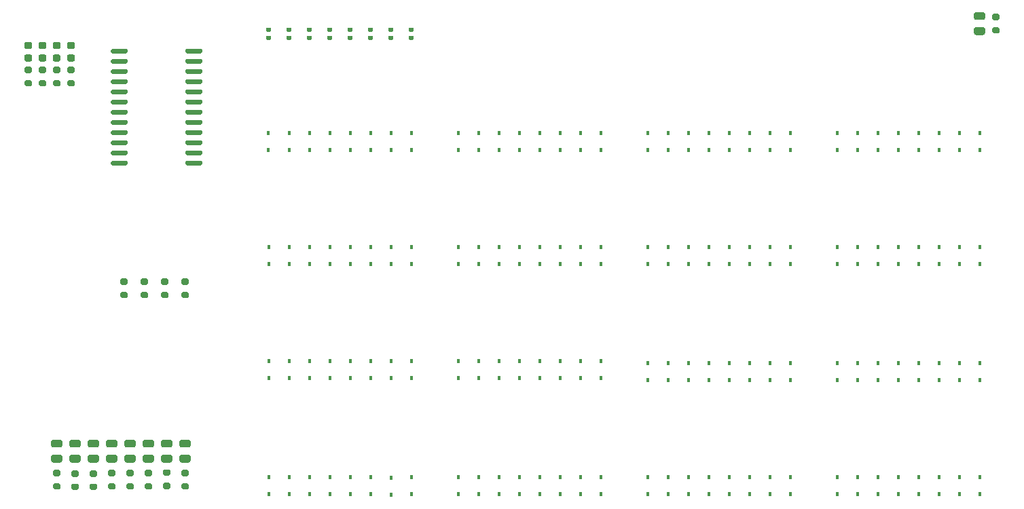
<source format=gbr>
%TF.GenerationSoftware,KiCad,Pcbnew,(5.1.10-1-10_14)*%
%TF.CreationDate,2021-09-24T12:04:47-04:00*%
%TF.ProjectId,DIODE-prog-memory,44494f44-452d-4707-926f-672d6d656d6f,rev?*%
%TF.SameCoordinates,Original*%
%TF.FileFunction,Paste,Top*%
%TF.FilePolarity,Positive*%
%FSLAX46Y46*%
G04 Gerber Fmt 4.6, Leading zero omitted, Abs format (unit mm)*
G04 Created by KiCad (PCBNEW (5.1.10-1-10_14)) date 2021-09-24 12:04:47*
%MOMM*%
%LPD*%
G01*
G04 APERTURE LIST*
%ADD10R,0.450000X0.600000*%
G04 APERTURE END LIST*
%TO.C,U31*%
G36*
G01*
X180319000Y-96691000D02*
X180869000Y-96691000D01*
G75*
G02*
X181069000Y-96891000I0J-200000D01*
G01*
X181069000Y-97291000D01*
G75*
G02*
X180869000Y-97491000I-200000J0D01*
G01*
X180319000Y-97491000D01*
G75*
G02*
X180119000Y-97291000I0J200000D01*
G01*
X180119000Y-96891000D01*
G75*
G02*
X180319000Y-96691000I200000J0D01*
G01*
G37*
G36*
G01*
X180319000Y-95041000D02*
X180869000Y-95041000D01*
G75*
G02*
X181069000Y-95241000I0J-200000D01*
G01*
X181069000Y-95641000D01*
G75*
G02*
X180869000Y-95841000I-200000J0D01*
G01*
X180319000Y-95841000D01*
G75*
G02*
X180119000Y-95641000I0J200000D01*
G01*
X180119000Y-95241000D01*
G75*
G02*
X180319000Y-95041000I200000J0D01*
G01*
G37*
%TD*%
%TO.C,U30*%
G36*
G01*
X179018250Y-95816000D02*
X178105750Y-95816000D01*
G75*
G02*
X177862000Y-95572250I0J243750D01*
G01*
X177862000Y-95084750D01*
G75*
G02*
X178105750Y-94841000I243750J0D01*
G01*
X179018250Y-94841000D01*
G75*
G02*
X179262000Y-95084750I0J-243750D01*
G01*
X179262000Y-95572250D01*
G75*
G02*
X179018250Y-95816000I-243750J0D01*
G01*
G37*
G36*
G01*
X179018250Y-97691000D02*
X178105750Y-97691000D01*
G75*
G02*
X177862000Y-97447250I0J243750D01*
G01*
X177862000Y-96959750D01*
G75*
G02*
X178105750Y-96716000I243750J0D01*
G01*
X179018250Y-96716000D01*
G75*
G02*
X179262000Y-96959750I0J-243750D01*
G01*
X179262000Y-97447250D01*
G75*
G02*
X179018250Y-97691000I-243750J0D01*
G01*
G37*
%TD*%
%TO.C,U29*%
G36*
G01*
X65534250Y-99418000D02*
X65021750Y-99418000D01*
G75*
G02*
X64803000Y-99199250I0J218750D01*
G01*
X64803000Y-98761750D01*
G75*
G02*
X65021750Y-98543000I218750J0D01*
G01*
X65534250Y-98543000D01*
G75*
G02*
X65753000Y-98761750I0J-218750D01*
G01*
X65753000Y-99199250D01*
G75*
G02*
X65534250Y-99418000I-218750J0D01*
G01*
G37*
G36*
G01*
X65534250Y-100993000D02*
X65021750Y-100993000D01*
G75*
G02*
X64803000Y-100774250I0J218750D01*
G01*
X64803000Y-100336750D01*
G75*
G02*
X65021750Y-100118000I218750J0D01*
G01*
X65534250Y-100118000D01*
G75*
G02*
X65753000Y-100336750I0J-218750D01*
G01*
X65753000Y-100774250D01*
G75*
G02*
X65534250Y-100993000I-218750J0D01*
G01*
G37*
%TD*%
%TO.C,U28*%
G36*
G01*
X63746250Y-99418000D02*
X63233750Y-99418000D01*
G75*
G02*
X63015000Y-99199250I0J218750D01*
G01*
X63015000Y-98761750D01*
G75*
G02*
X63233750Y-98543000I218750J0D01*
G01*
X63746250Y-98543000D01*
G75*
G02*
X63965000Y-98761750I0J-218750D01*
G01*
X63965000Y-99199250D01*
G75*
G02*
X63746250Y-99418000I-218750J0D01*
G01*
G37*
G36*
G01*
X63746250Y-100993000D02*
X63233750Y-100993000D01*
G75*
G02*
X63015000Y-100774250I0J218750D01*
G01*
X63015000Y-100336750D01*
G75*
G02*
X63233750Y-100118000I218750J0D01*
G01*
X63746250Y-100118000D01*
G75*
G02*
X63965000Y-100336750I0J-218750D01*
G01*
X63965000Y-100774250D01*
G75*
G02*
X63746250Y-100993000I-218750J0D01*
G01*
G37*
%TD*%
%TO.C,U27*%
G36*
G01*
X61978250Y-99418000D02*
X61465750Y-99418000D01*
G75*
G02*
X61247000Y-99199250I0J218750D01*
G01*
X61247000Y-98761750D01*
G75*
G02*
X61465750Y-98543000I218750J0D01*
G01*
X61978250Y-98543000D01*
G75*
G02*
X62197000Y-98761750I0J-218750D01*
G01*
X62197000Y-99199250D01*
G75*
G02*
X61978250Y-99418000I-218750J0D01*
G01*
G37*
G36*
G01*
X61978250Y-100993000D02*
X61465750Y-100993000D01*
G75*
G02*
X61247000Y-100774250I0J218750D01*
G01*
X61247000Y-100336750D01*
G75*
G02*
X61465750Y-100118000I218750J0D01*
G01*
X61978250Y-100118000D01*
G75*
G02*
X62197000Y-100336750I0J-218750D01*
G01*
X62197000Y-100774250D01*
G75*
G02*
X61978250Y-100993000I-218750J0D01*
G01*
G37*
%TD*%
%TO.C,U26*%
G36*
G01*
X60200250Y-99418000D02*
X59687750Y-99418000D01*
G75*
G02*
X59469000Y-99199250I0J218750D01*
G01*
X59469000Y-98761750D01*
G75*
G02*
X59687750Y-98543000I218750J0D01*
G01*
X60200250Y-98543000D01*
G75*
G02*
X60419000Y-98761750I0J-218750D01*
G01*
X60419000Y-99199250D01*
G75*
G02*
X60200250Y-99418000I-218750J0D01*
G01*
G37*
G36*
G01*
X60200250Y-100993000D02*
X59687750Y-100993000D01*
G75*
G02*
X59469000Y-100774250I0J218750D01*
G01*
X59469000Y-100336750D01*
G75*
G02*
X59687750Y-100118000I218750J0D01*
G01*
X60200250Y-100118000D01*
G75*
G02*
X60419000Y-100336750I0J-218750D01*
G01*
X60419000Y-100774250D01*
G75*
G02*
X60200250Y-100993000I-218750J0D01*
G01*
G37*
%TD*%
%TO.C,U25*%
G36*
G01*
X65003000Y-103295000D02*
X65553000Y-103295000D01*
G75*
G02*
X65753000Y-103495000I0J-200000D01*
G01*
X65753000Y-103895000D01*
G75*
G02*
X65553000Y-104095000I-200000J0D01*
G01*
X65003000Y-104095000D01*
G75*
G02*
X64803000Y-103895000I0J200000D01*
G01*
X64803000Y-103495000D01*
G75*
G02*
X65003000Y-103295000I200000J0D01*
G01*
G37*
G36*
G01*
X65003000Y-101645000D02*
X65553000Y-101645000D01*
G75*
G02*
X65753000Y-101845000I0J-200000D01*
G01*
X65753000Y-102245000D01*
G75*
G02*
X65553000Y-102445000I-200000J0D01*
G01*
X65003000Y-102445000D01*
G75*
G02*
X64803000Y-102245000I0J200000D01*
G01*
X64803000Y-101845000D01*
G75*
G02*
X65003000Y-101645000I200000J0D01*
G01*
G37*
%TD*%
%TO.C,U24*%
G36*
G01*
X63225000Y-103295000D02*
X63775000Y-103295000D01*
G75*
G02*
X63975000Y-103495000I0J-200000D01*
G01*
X63975000Y-103895000D01*
G75*
G02*
X63775000Y-104095000I-200000J0D01*
G01*
X63225000Y-104095000D01*
G75*
G02*
X63025000Y-103895000I0J200000D01*
G01*
X63025000Y-103495000D01*
G75*
G02*
X63225000Y-103295000I200000J0D01*
G01*
G37*
G36*
G01*
X63225000Y-101645000D02*
X63775000Y-101645000D01*
G75*
G02*
X63975000Y-101845000I0J-200000D01*
G01*
X63975000Y-102245000D01*
G75*
G02*
X63775000Y-102445000I-200000J0D01*
G01*
X63225000Y-102445000D01*
G75*
G02*
X63025000Y-102245000I0J200000D01*
G01*
X63025000Y-101845000D01*
G75*
G02*
X63225000Y-101645000I200000J0D01*
G01*
G37*
%TD*%
%TO.C,U23*%
G36*
G01*
X61447000Y-103295000D02*
X61997000Y-103295000D01*
G75*
G02*
X62197000Y-103495000I0J-200000D01*
G01*
X62197000Y-103895000D01*
G75*
G02*
X61997000Y-104095000I-200000J0D01*
G01*
X61447000Y-104095000D01*
G75*
G02*
X61247000Y-103895000I0J200000D01*
G01*
X61247000Y-103495000D01*
G75*
G02*
X61447000Y-103295000I200000J0D01*
G01*
G37*
G36*
G01*
X61447000Y-101645000D02*
X61997000Y-101645000D01*
G75*
G02*
X62197000Y-101845000I0J-200000D01*
G01*
X62197000Y-102245000D01*
G75*
G02*
X61997000Y-102445000I-200000J0D01*
G01*
X61447000Y-102445000D01*
G75*
G02*
X61247000Y-102245000I0J200000D01*
G01*
X61247000Y-101845000D01*
G75*
G02*
X61447000Y-101645000I200000J0D01*
G01*
G37*
%TD*%
%TO.C,U22*%
G36*
G01*
X59669000Y-103295000D02*
X60219000Y-103295000D01*
G75*
G02*
X60419000Y-103495000I0J-200000D01*
G01*
X60419000Y-103895000D01*
G75*
G02*
X60219000Y-104095000I-200000J0D01*
G01*
X59669000Y-104095000D01*
G75*
G02*
X59469000Y-103895000I0J200000D01*
G01*
X59469000Y-103495000D01*
G75*
G02*
X59669000Y-103295000I200000J0D01*
G01*
G37*
G36*
G01*
X59669000Y-101645000D02*
X60219000Y-101645000D01*
G75*
G02*
X60419000Y-101845000I0J-200000D01*
G01*
X60419000Y-102245000D01*
G75*
G02*
X60219000Y-102445000I-200000J0D01*
G01*
X59669000Y-102445000D01*
G75*
G02*
X59469000Y-102245000I0J200000D01*
G01*
X59469000Y-101845000D01*
G75*
G02*
X59669000Y-101645000I200000J0D01*
G01*
G37*
%TD*%
%TO.C,R1*%
G36*
G01*
X89731000Y-97776000D02*
X90101000Y-97776000D01*
G75*
G02*
X90236000Y-97911000I0J-135000D01*
G01*
X90236000Y-98181000D01*
G75*
G02*
X90101000Y-98316000I-135000J0D01*
G01*
X89731000Y-98316000D01*
G75*
G02*
X89596000Y-98181000I0J135000D01*
G01*
X89596000Y-97911000D01*
G75*
G02*
X89731000Y-97776000I135000J0D01*
G01*
G37*
G36*
G01*
X89731000Y-96756000D02*
X90101000Y-96756000D01*
G75*
G02*
X90236000Y-96891000I0J-135000D01*
G01*
X90236000Y-97161000D01*
G75*
G02*
X90101000Y-97296000I-135000J0D01*
G01*
X89731000Y-97296000D01*
G75*
G02*
X89596000Y-97161000I0J135000D01*
G01*
X89596000Y-96891000D01*
G75*
G02*
X89731000Y-96756000I135000J0D01*
G01*
G37*
%TD*%
%TO.C,R8*%
G36*
G01*
X107511000Y-97776000D02*
X107881000Y-97776000D01*
G75*
G02*
X108016000Y-97911000I0J-135000D01*
G01*
X108016000Y-98181000D01*
G75*
G02*
X107881000Y-98316000I-135000J0D01*
G01*
X107511000Y-98316000D01*
G75*
G02*
X107376000Y-98181000I0J135000D01*
G01*
X107376000Y-97911000D01*
G75*
G02*
X107511000Y-97776000I135000J0D01*
G01*
G37*
G36*
G01*
X107511000Y-96756000D02*
X107881000Y-96756000D01*
G75*
G02*
X108016000Y-96891000I0J-135000D01*
G01*
X108016000Y-97161000D01*
G75*
G02*
X107881000Y-97296000I-135000J0D01*
G01*
X107511000Y-97296000D01*
G75*
G02*
X107376000Y-97161000I0J135000D01*
G01*
X107376000Y-96891000D01*
G75*
G02*
X107511000Y-96756000I135000J0D01*
G01*
G37*
%TD*%
%TO.C,R7*%
G36*
G01*
X104971000Y-97776000D02*
X105341000Y-97776000D01*
G75*
G02*
X105476000Y-97911000I0J-135000D01*
G01*
X105476000Y-98181000D01*
G75*
G02*
X105341000Y-98316000I-135000J0D01*
G01*
X104971000Y-98316000D01*
G75*
G02*
X104836000Y-98181000I0J135000D01*
G01*
X104836000Y-97911000D01*
G75*
G02*
X104971000Y-97776000I135000J0D01*
G01*
G37*
G36*
G01*
X104971000Y-96756000D02*
X105341000Y-96756000D01*
G75*
G02*
X105476000Y-96891000I0J-135000D01*
G01*
X105476000Y-97161000D01*
G75*
G02*
X105341000Y-97296000I-135000J0D01*
G01*
X104971000Y-97296000D01*
G75*
G02*
X104836000Y-97161000I0J135000D01*
G01*
X104836000Y-96891000D01*
G75*
G02*
X104971000Y-96756000I135000J0D01*
G01*
G37*
%TD*%
%TO.C,R6*%
G36*
G01*
X102431000Y-97776000D02*
X102801000Y-97776000D01*
G75*
G02*
X102936000Y-97911000I0J-135000D01*
G01*
X102936000Y-98181000D01*
G75*
G02*
X102801000Y-98316000I-135000J0D01*
G01*
X102431000Y-98316000D01*
G75*
G02*
X102296000Y-98181000I0J135000D01*
G01*
X102296000Y-97911000D01*
G75*
G02*
X102431000Y-97776000I135000J0D01*
G01*
G37*
G36*
G01*
X102431000Y-96756000D02*
X102801000Y-96756000D01*
G75*
G02*
X102936000Y-96891000I0J-135000D01*
G01*
X102936000Y-97161000D01*
G75*
G02*
X102801000Y-97296000I-135000J0D01*
G01*
X102431000Y-97296000D01*
G75*
G02*
X102296000Y-97161000I0J135000D01*
G01*
X102296000Y-96891000D01*
G75*
G02*
X102431000Y-96756000I135000J0D01*
G01*
G37*
%TD*%
%TO.C,R5*%
G36*
G01*
X99891000Y-97776000D02*
X100261000Y-97776000D01*
G75*
G02*
X100396000Y-97911000I0J-135000D01*
G01*
X100396000Y-98181000D01*
G75*
G02*
X100261000Y-98316000I-135000J0D01*
G01*
X99891000Y-98316000D01*
G75*
G02*
X99756000Y-98181000I0J135000D01*
G01*
X99756000Y-97911000D01*
G75*
G02*
X99891000Y-97776000I135000J0D01*
G01*
G37*
G36*
G01*
X99891000Y-96756000D02*
X100261000Y-96756000D01*
G75*
G02*
X100396000Y-96891000I0J-135000D01*
G01*
X100396000Y-97161000D01*
G75*
G02*
X100261000Y-97296000I-135000J0D01*
G01*
X99891000Y-97296000D01*
G75*
G02*
X99756000Y-97161000I0J135000D01*
G01*
X99756000Y-96891000D01*
G75*
G02*
X99891000Y-96756000I135000J0D01*
G01*
G37*
%TD*%
%TO.C,R4*%
G36*
G01*
X97351000Y-97778000D02*
X97721000Y-97778000D01*
G75*
G02*
X97856000Y-97913000I0J-135000D01*
G01*
X97856000Y-98183000D01*
G75*
G02*
X97721000Y-98318000I-135000J0D01*
G01*
X97351000Y-98318000D01*
G75*
G02*
X97216000Y-98183000I0J135000D01*
G01*
X97216000Y-97913000D01*
G75*
G02*
X97351000Y-97778000I135000J0D01*
G01*
G37*
G36*
G01*
X97351000Y-96758000D02*
X97721000Y-96758000D01*
G75*
G02*
X97856000Y-96893000I0J-135000D01*
G01*
X97856000Y-97163000D01*
G75*
G02*
X97721000Y-97298000I-135000J0D01*
G01*
X97351000Y-97298000D01*
G75*
G02*
X97216000Y-97163000I0J135000D01*
G01*
X97216000Y-96893000D01*
G75*
G02*
X97351000Y-96758000I135000J0D01*
G01*
G37*
%TD*%
%TO.C,R3*%
G36*
G01*
X94811000Y-97774000D02*
X95181000Y-97774000D01*
G75*
G02*
X95316000Y-97909000I0J-135000D01*
G01*
X95316000Y-98179000D01*
G75*
G02*
X95181000Y-98314000I-135000J0D01*
G01*
X94811000Y-98314000D01*
G75*
G02*
X94676000Y-98179000I0J135000D01*
G01*
X94676000Y-97909000D01*
G75*
G02*
X94811000Y-97774000I135000J0D01*
G01*
G37*
G36*
G01*
X94811000Y-96754000D02*
X95181000Y-96754000D01*
G75*
G02*
X95316000Y-96889000I0J-135000D01*
G01*
X95316000Y-97159000D01*
G75*
G02*
X95181000Y-97294000I-135000J0D01*
G01*
X94811000Y-97294000D01*
G75*
G02*
X94676000Y-97159000I0J135000D01*
G01*
X94676000Y-96889000D01*
G75*
G02*
X94811000Y-96754000I135000J0D01*
G01*
G37*
%TD*%
%TO.C,R2*%
G36*
G01*
X92271000Y-97774000D02*
X92641000Y-97774000D01*
G75*
G02*
X92776000Y-97909000I0J-135000D01*
G01*
X92776000Y-98179000D01*
G75*
G02*
X92641000Y-98314000I-135000J0D01*
G01*
X92271000Y-98314000D01*
G75*
G02*
X92136000Y-98179000I0J135000D01*
G01*
X92136000Y-97909000D01*
G75*
G02*
X92271000Y-97774000I135000J0D01*
G01*
G37*
G36*
G01*
X92271000Y-96754000D02*
X92641000Y-96754000D01*
G75*
G02*
X92776000Y-96889000I0J-135000D01*
G01*
X92776000Y-97159000D01*
G75*
G02*
X92641000Y-97294000I-135000J0D01*
G01*
X92271000Y-97294000D01*
G75*
G02*
X92136000Y-97159000I0J135000D01*
G01*
X92136000Y-96889000D01*
G75*
G02*
X92271000Y-96754000I135000J0D01*
G01*
G37*
%TD*%
%TO.C,U21*%
G36*
G01*
X63225000Y-153587000D02*
X63775000Y-153587000D01*
G75*
G02*
X63975000Y-153787000I0J-200000D01*
G01*
X63975000Y-154187000D01*
G75*
G02*
X63775000Y-154387000I-200000J0D01*
G01*
X63225000Y-154387000D01*
G75*
G02*
X63025000Y-154187000I0J200000D01*
G01*
X63025000Y-153787000D01*
G75*
G02*
X63225000Y-153587000I200000J0D01*
G01*
G37*
G36*
G01*
X63225000Y-151937000D02*
X63775000Y-151937000D01*
G75*
G02*
X63975000Y-152137000I0J-200000D01*
G01*
X63975000Y-152537000D01*
G75*
G02*
X63775000Y-152737000I-200000J0D01*
G01*
X63225000Y-152737000D01*
G75*
G02*
X63025000Y-152537000I0J200000D01*
G01*
X63025000Y-152137000D01*
G75*
G02*
X63225000Y-151937000I200000J0D01*
G01*
G37*
%TD*%
%TO.C,U20*%
G36*
G01*
X63956250Y-149156000D02*
X63043750Y-149156000D01*
G75*
G02*
X62800000Y-148912250I0J243750D01*
G01*
X62800000Y-148424750D01*
G75*
G02*
X63043750Y-148181000I243750J0D01*
G01*
X63956250Y-148181000D01*
G75*
G02*
X64200000Y-148424750I0J-243750D01*
G01*
X64200000Y-148912250D01*
G75*
G02*
X63956250Y-149156000I-243750J0D01*
G01*
G37*
G36*
G01*
X63956250Y-151031000D02*
X63043750Y-151031000D01*
G75*
G02*
X62800000Y-150787250I0J243750D01*
G01*
X62800000Y-150299750D01*
G75*
G02*
X63043750Y-150056000I243750J0D01*
G01*
X63956250Y-150056000D01*
G75*
G02*
X64200000Y-150299750I0J-243750D01*
G01*
X64200000Y-150787250D01*
G75*
G02*
X63956250Y-151031000I-243750J0D01*
G01*
G37*
%TD*%
%TO.C,U19*%
G36*
G01*
X65511000Y-153650000D02*
X66061000Y-153650000D01*
G75*
G02*
X66261000Y-153850000I0J-200000D01*
G01*
X66261000Y-154250000D01*
G75*
G02*
X66061000Y-154450000I-200000J0D01*
G01*
X65511000Y-154450000D01*
G75*
G02*
X65311000Y-154250000I0J200000D01*
G01*
X65311000Y-153850000D01*
G75*
G02*
X65511000Y-153650000I200000J0D01*
G01*
G37*
G36*
G01*
X65511000Y-152000000D02*
X66061000Y-152000000D01*
G75*
G02*
X66261000Y-152200000I0J-200000D01*
G01*
X66261000Y-152600000D01*
G75*
G02*
X66061000Y-152800000I-200000J0D01*
G01*
X65511000Y-152800000D01*
G75*
G02*
X65311000Y-152600000I0J200000D01*
G01*
X65311000Y-152200000D01*
G75*
G02*
X65511000Y-152000000I200000J0D01*
G01*
G37*
%TD*%
%TO.C,U18*%
G36*
G01*
X66242250Y-149156000D02*
X65329750Y-149156000D01*
G75*
G02*
X65086000Y-148912250I0J243750D01*
G01*
X65086000Y-148424750D01*
G75*
G02*
X65329750Y-148181000I243750J0D01*
G01*
X66242250Y-148181000D01*
G75*
G02*
X66486000Y-148424750I0J-243750D01*
G01*
X66486000Y-148912250D01*
G75*
G02*
X66242250Y-149156000I-243750J0D01*
G01*
G37*
G36*
G01*
X66242250Y-151031000D02*
X65329750Y-151031000D01*
G75*
G02*
X65086000Y-150787250I0J243750D01*
G01*
X65086000Y-150299750D01*
G75*
G02*
X65329750Y-150056000I243750J0D01*
G01*
X66242250Y-150056000D01*
G75*
G02*
X66486000Y-150299750I0J-243750D01*
G01*
X66486000Y-150787250D01*
G75*
G02*
X66242250Y-151031000I-243750J0D01*
G01*
G37*
%TD*%
%TO.C,U17*%
G36*
G01*
X67797000Y-153650000D02*
X68347000Y-153650000D01*
G75*
G02*
X68547000Y-153850000I0J-200000D01*
G01*
X68547000Y-154250000D01*
G75*
G02*
X68347000Y-154450000I-200000J0D01*
G01*
X67797000Y-154450000D01*
G75*
G02*
X67597000Y-154250000I0J200000D01*
G01*
X67597000Y-153850000D01*
G75*
G02*
X67797000Y-153650000I200000J0D01*
G01*
G37*
G36*
G01*
X67797000Y-152000000D02*
X68347000Y-152000000D01*
G75*
G02*
X68547000Y-152200000I0J-200000D01*
G01*
X68547000Y-152600000D01*
G75*
G02*
X68347000Y-152800000I-200000J0D01*
G01*
X67797000Y-152800000D01*
G75*
G02*
X67597000Y-152600000I0J200000D01*
G01*
X67597000Y-152200000D01*
G75*
G02*
X67797000Y-152000000I200000J0D01*
G01*
G37*
%TD*%
%TO.C,U16*%
G36*
G01*
X68528250Y-149156000D02*
X67615750Y-149156000D01*
G75*
G02*
X67372000Y-148912250I0J243750D01*
G01*
X67372000Y-148424750D01*
G75*
G02*
X67615750Y-148181000I243750J0D01*
G01*
X68528250Y-148181000D01*
G75*
G02*
X68772000Y-148424750I0J-243750D01*
G01*
X68772000Y-148912250D01*
G75*
G02*
X68528250Y-149156000I-243750J0D01*
G01*
G37*
G36*
G01*
X68528250Y-151031000D02*
X67615750Y-151031000D01*
G75*
G02*
X67372000Y-150787250I0J243750D01*
G01*
X67372000Y-150299750D01*
G75*
G02*
X67615750Y-150056000I243750J0D01*
G01*
X68528250Y-150056000D01*
G75*
G02*
X68772000Y-150299750I0J-243750D01*
G01*
X68772000Y-150787250D01*
G75*
G02*
X68528250Y-151031000I-243750J0D01*
G01*
G37*
%TD*%
%TO.C,U15*%
G36*
G01*
X70083000Y-153587000D02*
X70633000Y-153587000D01*
G75*
G02*
X70833000Y-153787000I0J-200000D01*
G01*
X70833000Y-154187000D01*
G75*
G02*
X70633000Y-154387000I-200000J0D01*
G01*
X70083000Y-154387000D01*
G75*
G02*
X69883000Y-154187000I0J200000D01*
G01*
X69883000Y-153787000D01*
G75*
G02*
X70083000Y-153587000I200000J0D01*
G01*
G37*
G36*
G01*
X70083000Y-151937000D02*
X70633000Y-151937000D01*
G75*
G02*
X70833000Y-152137000I0J-200000D01*
G01*
X70833000Y-152537000D01*
G75*
G02*
X70633000Y-152737000I-200000J0D01*
G01*
X70083000Y-152737000D01*
G75*
G02*
X69883000Y-152537000I0J200000D01*
G01*
X69883000Y-152137000D01*
G75*
G02*
X70083000Y-151937000I200000J0D01*
G01*
G37*
%TD*%
%TO.C,U14*%
G36*
G01*
X70814250Y-149156000D02*
X69901750Y-149156000D01*
G75*
G02*
X69658000Y-148912250I0J243750D01*
G01*
X69658000Y-148424750D01*
G75*
G02*
X69901750Y-148181000I243750J0D01*
G01*
X70814250Y-148181000D01*
G75*
G02*
X71058000Y-148424750I0J-243750D01*
G01*
X71058000Y-148912250D01*
G75*
G02*
X70814250Y-149156000I-243750J0D01*
G01*
G37*
G36*
G01*
X70814250Y-151031000D02*
X69901750Y-151031000D01*
G75*
G02*
X69658000Y-150787250I0J243750D01*
G01*
X69658000Y-150299750D01*
G75*
G02*
X69901750Y-150056000I243750J0D01*
G01*
X70814250Y-150056000D01*
G75*
G02*
X71058000Y-150299750I0J-243750D01*
G01*
X71058000Y-150787250D01*
G75*
G02*
X70814250Y-151031000I-243750J0D01*
G01*
G37*
%TD*%
%TO.C,U13*%
G36*
G01*
X72369000Y-153587000D02*
X72919000Y-153587000D01*
G75*
G02*
X73119000Y-153787000I0J-200000D01*
G01*
X73119000Y-154187000D01*
G75*
G02*
X72919000Y-154387000I-200000J0D01*
G01*
X72369000Y-154387000D01*
G75*
G02*
X72169000Y-154187000I0J200000D01*
G01*
X72169000Y-153787000D01*
G75*
G02*
X72369000Y-153587000I200000J0D01*
G01*
G37*
G36*
G01*
X72369000Y-151937000D02*
X72919000Y-151937000D01*
G75*
G02*
X73119000Y-152137000I0J-200000D01*
G01*
X73119000Y-152537000D01*
G75*
G02*
X72919000Y-152737000I-200000J0D01*
G01*
X72369000Y-152737000D01*
G75*
G02*
X72169000Y-152537000I0J200000D01*
G01*
X72169000Y-152137000D01*
G75*
G02*
X72369000Y-151937000I200000J0D01*
G01*
G37*
%TD*%
%TO.C,U12*%
G36*
G01*
X73100250Y-149156000D02*
X72187750Y-149156000D01*
G75*
G02*
X71944000Y-148912250I0J243750D01*
G01*
X71944000Y-148424750D01*
G75*
G02*
X72187750Y-148181000I243750J0D01*
G01*
X73100250Y-148181000D01*
G75*
G02*
X73344000Y-148424750I0J-243750D01*
G01*
X73344000Y-148912250D01*
G75*
G02*
X73100250Y-149156000I-243750J0D01*
G01*
G37*
G36*
G01*
X73100250Y-151031000D02*
X72187750Y-151031000D01*
G75*
G02*
X71944000Y-150787250I0J243750D01*
G01*
X71944000Y-150299750D01*
G75*
G02*
X72187750Y-150056000I243750J0D01*
G01*
X73100250Y-150056000D01*
G75*
G02*
X73344000Y-150299750I0J-243750D01*
G01*
X73344000Y-150787250D01*
G75*
G02*
X73100250Y-151031000I-243750J0D01*
G01*
G37*
%TD*%
%TO.C,U11*%
G36*
G01*
X74655000Y-153587000D02*
X75205000Y-153587000D01*
G75*
G02*
X75405000Y-153787000I0J-200000D01*
G01*
X75405000Y-154187000D01*
G75*
G02*
X75205000Y-154387000I-200000J0D01*
G01*
X74655000Y-154387000D01*
G75*
G02*
X74455000Y-154187000I0J200000D01*
G01*
X74455000Y-153787000D01*
G75*
G02*
X74655000Y-153587000I200000J0D01*
G01*
G37*
G36*
G01*
X74655000Y-151937000D02*
X75205000Y-151937000D01*
G75*
G02*
X75405000Y-152137000I0J-200000D01*
G01*
X75405000Y-152537000D01*
G75*
G02*
X75205000Y-152737000I-200000J0D01*
G01*
X74655000Y-152737000D01*
G75*
G02*
X74455000Y-152537000I0J200000D01*
G01*
X74455000Y-152137000D01*
G75*
G02*
X74655000Y-151937000I200000J0D01*
G01*
G37*
%TD*%
%TO.C,U10*%
G36*
G01*
X75386250Y-149156000D02*
X74473750Y-149156000D01*
G75*
G02*
X74230000Y-148912250I0J243750D01*
G01*
X74230000Y-148424750D01*
G75*
G02*
X74473750Y-148181000I243750J0D01*
G01*
X75386250Y-148181000D01*
G75*
G02*
X75630000Y-148424750I0J-243750D01*
G01*
X75630000Y-148912250D01*
G75*
G02*
X75386250Y-149156000I-243750J0D01*
G01*
G37*
G36*
G01*
X75386250Y-151031000D02*
X74473750Y-151031000D01*
G75*
G02*
X74230000Y-150787250I0J243750D01*
G01*
X74230000Y-150299750D01*
G75*
G02*
X74473750Y-150056000I243750J0D01*
G01*
X75386250Y-150056000D01*
G75*
G02*
X75630000Y-150299750I0J-243750D01*
G01*
X75630000Y-150787250D01*
G75*
G02*
X75386250Y-151031000I-243750J0D01*
G01*
G37*
%TD*%
%TO.C,U9*%
G36*
G01*
X76941000Y-153524000D02*
X77491000Y-153524000D01*
G75*
G02*
X77691000Y-153724000I0J-200000D01*
G01*
X77691000Y-154124000D01*
G75*
G02*
X77491000Y-154324000I-200000J0D01*
G01*
X76941000Y-154324000D01*
G75*
G02*
X76741000Y-154124000I0J200000D01*
G01*
X76741000Y-153724000D01*
G75*
G02*
X76941000Y-153524000I200000J0D01*
G01*
G37*
G36*
G01*
X76941000Y-151874000D02*
X77491000Y-151874000D01*
G75*
G02*
X77691000Y-152074000I0J-200000D01*
G01*
X77691000Y-152474000D01*
G75*
G02*
X77491000Y-152674000I-200000J0D01*
G01*
X76941000Y-152674000D01*
G75*
G02*
X76741000Y-152474000I0J200000D01*
G01*
X76741000Y-152074000D01*
G75*
G02*
X76941000Y-151874000I200000J0D01*
G01*
G37*
%TD*%
%TO.C,U8*%
G36*
G01*
X77672250Y-149156000D02*
X76759750Y-149156000D01*
G75*
G02*
X76516000Y-148912250I0J243750D01*
G01*
X76516000Y-148424750D01*
G75*
G02*
X76759750Y-148181000I243750J0D01*
G01*
X77672250Y-148181000D01*
G75*
G02*
X77916000Y-148424750I0J-243750D01*
G01*
X77916000Y-148912250D01*
G75*
G02*
X77672250Y-149156000I-243750J0D01*
G01*
G37*
G36*
G01*
X77672250Y-151031000D02*
X76759750Y-151031000D01*
G75*
G02*
X76516000Y-150787250I0J243750D01*
G01*
X76516000Y-150299750D01*
G75*
G02*
X76759750Y-150056000I243750J0D01*
G01*
X77672250Y-150056000D01*
G75*
G02*
X77916000Y-150299750I0J-243750D01*
G01*
X77916000Y-150787250D01*
G75*
G02*
X77672250Y-151031000I-243750J0D01*
G01*
G37*
%TD*%
%TO.C,U7*%
G36*
G01*
X79227000Y-153587000D02*
X79777000Y-153587000D01*
G75*
G02*
X79977000Y-153787000I0J-200000D01*
G01*
X79977000Y-154187000D01*
G75*
G02*
X79777000Y-154387000I-200000J0D01*
G01*
X79227000Y-154387000D01*
G75*
G02*
X79027000Y-154187000I0J200000D01*
G01*
X79027000Y-153787000D01*
G75*
G02*
X79227000Y-153587000I200000J0D01*
G01*
G37*
G36*
G01*
X79227000Y-151937000D02*
X79777000Y-151937000D01*
G75*
G02*
X79977000Y-152137000I0J-200000D01*
G01*
X79977000Y-152537000D01*
G75*
G02*
X79777000Y-152737000I-200000J0D01*
G01*
X79227000Y-152737000D01*
G75*
G02*
X79027000Y-152537000I0J200000D01*
G01*
X79027000Y-152137000D01*
G75*
G02*
X79227000Y-151937000I200000J0D01*
G01*
G37*
%TD*%
%TO.C,U6*%
G36*
G01*
X79958250Y-149156000D02*
X79045750Y-149156000D01*
G75*
G02*
X78802000Y-148912250I0J243750D01*
G01*
X78802000Y-148424750D01*
G75*
G02*
X79045750Y-148181000I243750J0D01*
G01*
X79958250Y-148181000D01*
G75*
G02*
X80202000Y-148424750I0J-243750D01*
G01*
X80202000Y-148912250D01*
G75*
G02*
X79958250Y-149156000I-243750J0D01*
G01*
G37*
G36*
G01*
X79958250Y-151031000D02*
X79045750Y-151031000D01*
G75*
G02*
X78802000Y-150787250I0J243750D01*
G01*
X78802000Y-150299750D01*
G75*
G02*
X79045750Y-150056000I243750J0D01*
G01*
X79958250Y-150056000D01*
G75*
G02*
X80202000Y-150299750I0J-243750D01*
G01*
X80202000Y-150787250D01*
G75*
G02*
X79958250Y-151031000I-243750J0D01*
G01*
G37*
%TD*%
D10*
%TO.C,D128*%
X137160000Y-152874000D03*
X137160000Y-154974000D03*
%TD*%
%TO.C,D127*%
X137160000Y-138616000D03*
X137160000Y-140716000D03*
%TD*%
%TO.C,D126*%
X139700000Y-152874000D03*
X139700000Y-154974000D03*
%TD*%
%TO.C,D125*%
X139700000Y-138650000D03*
X139700000Y-140750000D03*
%TD*%
%TO.C,D124*%
X142240000Y-152874000D03*
X142240000Y-154974000D03*
%TD*%
%TO.C,D123*%
X142240000Y-138650000D03*
X142240000Y-140750000D03*
%TD*%
%TO.C,D122*%
X144780000Y-152874000D03*
X144780000Y-154974000D03*
%TD*%
%TO.C,D121*%
X144780000Y-138650000D03*
X144780000Y-140750000D03*
%TD*%
%TO.C,D120*%
X147320000Y-152874000D03*
X147320000Y-154974000D03*
%TD*%
%TO.C,D119*%
X147320000Y-138650000D03*
X147320000Y-140750000D03*
%TD*%
%TO.C,D118*%
X149860000Y-152874000D03*
X149860000Y-154974000D03*
%TD*%
%TO.C,D117*%
X149860000Y-138650000D03*
X149860000Y-140750000D03*
%TD*%
%TO.C,D116*%
X152400000Y-152874000D03*
X152400000Y-154974000D03*
%TD*%
%TO.C,D115*%
X152400000Y-138650000D03*
X152400000Y-140750000D03*
%TD*%
%TO.C,D114*%
X154940000Y-152874000D03*
X154940000Y-154974000D03*
%TD*%
%TO.C,D113*%
X154940000Y-138650000D03*
X154940000Y-140750000D03*
%TD*%
%TO.C,D112*%
X160782000Y-152874000D03*
X160782000Y-154974000D03*
%TD*%
%TO.C,D111*%
X160782000Y-138650000D03*
X160782000Y-140750000D03*
%TD*%
%TO.C,D110*%
X163322000Y-152874000D03*
X163322000Y-154974000D03*
%TD*%
%TO.C,D109*%
X163322000Y-138650000D03*
X163322000Y-140750000D03*
%TD*%
%TO.C,D108*%
X165862000Y-152874000D03*
X165862000Y-154974000D03*
%TD*%
%TO.C,D107*%
X165862000Y-138650000D03*
X165862000Y-140750000D03*
%TD*%
%TO.C,D106*%
X168402000Y-152874000D03*
X168402000Y-154974000D03*
%TD*%
%TO.C,D105*%
X168402000Y-138650000D03*
X168402000Y-140750000D03*
%TD*%
%TO.C,D104*%
X170942000Y-152874000D03*
X170942000Y-154974000D03*
%TD*%
%TO.C,D103*%
X170942000Y-138650000D03*
X170942000Y-140750000D03*
%TD*%
%TO.C,D102*%
X173482000Y-152874000D03*
X173482000Y-154974000D03*
%TD*%
%TO.C,D101*%
X173482000Y-138650000D03*
X173482000Y-140750000D03*
%TD*%
%TO.C,D100*%
X176022000Y-152874000D03*
X176022000Y-154974000D03*
%TD*%
%TO.C,D99*%
X176022000Y-138650000D03*
X176022000Y-140750000D03*
%TD*%
%TO.C,D98*%
X178562000Y-152874000D03*
X178562000Y-154974000D03*
%TD*%
%TO.C,D97*%
X178562000Y-138650000D03*
X178562000Y-140750000D03*
%TD*%
%TO.C,D96*%
X137160000Y-124172000D03*
X137160000Y-126272000D03*
%TD*%
%TO.C,D95*%
X139700000Y-124172000D03*
X139700000Y-126272000D03*
%TD*%
%TO.C,D94*%
X142240000Y-124172000D03*
X142240000Y-126272000D03*
%TD*%
%TO.C,D93*%
X144780000Y-124172000D03*
X144780000Y-126272000D03*
%TD*%
%TO.C,D92*%
X147320000Y-124172000D03*
X147320000Y-126272000D03*
%TD*%
%TO.C,D91*%
X149860000Y-124172000D03*
X149860000Y-126272000D03*
%TD*%
%TO.C,D90*%
X152400000Y-124172000D03*
X152400000Y-126272000D03*
%TD*%
%TO.C,D89*%
X154940000Y-124172000D03*
X154940000Y-126272000D03*
%TD*%
%TO.C,D88*%
X160782000Y-124172000D03*
X160782000Y-126272000D03*
%TD*%
%TO.C,D87*%
X163322000Y-124172000D03*
X163322000Y-126272000D03*
%TD*%
%TO.C,D86*%
X165862000Y-124172000D03*
X165862000Y-126272000D03*
%TD*%
%TO.C,D85*%
X168402000Y-124172000D03*
X168402000Y-126272000D03*
%TD*%
%TO.C,D84*%
X170942000Y-124172000D03*
X170942000Y-126272000D03*
%TD*%
%TO.C,D83*%
X173482000Y-124172000D03*
X173482000Y-126272000D03*
%TD*%
%TO.C,D82*%
X176022000Y-124172000D03*
X176022000Y-126272000D03*
%TD*%
%TO.C,D81*%
X178562000Y-124172000D03*
X178562000Y-126272000D03*
%TD*%
%TO.C,D80*%
X137160000Y-109948000D03*
X137160000Y-112048000D03*
%TD*%
%TO.C,D79*%
X139700000Y-109948000D03*
X139700000Y-112048000D03*
%TD*%
%TO.C,D78*%
X142240000Y-109948000D03*
X142240000Y-112048000D03*
%TD*%
%TO.C,D77*%
X144780000Y-109948000D03*
X144780000Y-112048000D03*
%TD*%
%TO.C,D76*%
X147320000Y-109948000D03*
X147320000Y-112048000D03*
%TD*%
%TO.C,D75*%
X149860000Y-109948000D03*
X149860000Y-112048000D03*
%TD*%
%TO.C,D74*%
X152400000Y-109948000D03*
X152400000Y-112048000D03*
%TD*%
%TO.C,D73*%
X154940000Y-109948000D03*
X154940000Y-112048000D03*
%TD*%
%TO.C,D72*%
X160782000Y-109948000D03*
X160782000Y-112048000D03*
%TD*%
%TO.C,D71*%
X163322000Y-109948000D03*
X163322000Y-112048000D03*
%TD*%
%TO.C,D70*%
X165862000Y-109948000D03*
X165862000Y-112048000D03*
%TD*%
%TO.C,D69*%
X168402000Y-109948000D03*
X168402000Y-112048000D03*
%TD*%
%TO.C,D68*%
X170942000Y-109948000D03*
X170942000Y-112048000D03*
%TD*%
%TO.C,D67*%
X173482000Y-109948000D03*
X173482000Y-112048000D03*
%TD*%
%TO.C,D66*%
X176022000Y-109948000D03*
X176022000Y-112048000D03*
%TD*%
%TO.C,D65*%
X178562000Y-109948000D03*
X178562000Y-112048000D03*
%TD*%
%TO.C,D64*%
X89916000Y-152874000D03*
X89916000Y-154974000D03*
%TD*%
%TO.C,D63*%
X92456000Y-152874000D03*
X92456000Y-154974000D03*
%TD*%
%TO.C,D62*%
X94996000Y-152874000D03*
X94996000Y-154974000D03*
%TD*%
%TO.C,D61*%
X97536000Y-152874000D03*
X97536000Y-154974000D03*
%TD*%
%TO.C,D60*%
X100076000Y-152874000D03*
X100076000Y-154974000D03*
%TD*%
%TO.C,D59*%
X102616000Y-152874000D03*
X102616000Y-154974000D03*
%TD*%
%TO.C,D58*%
X105156000Y-152908000D03*
X105156000Y-155008000D03*
%TD*%
%TO.C,D57*%
X107696000Y-152874000D03*
X107696000Y-154974000D03*
%TD*%
%TO.C,D56*%
X113538000Y-152874000D03*
X113538000Y-154974000D03*
%TD*%
%TO.C,D55*%
X116078000Y-152874000D03*
X116078000Y-154974000D03*
%TD*%
%TO.C,D54*%
X118618000Y-152874000D03*
X118618000Y-154974000D03*
%TD*%
%TO.C,D53*%
X121158000Y-152874000D03*
X121158000Y-154974000D03*
%TD*%
%TO.C,D52*%
X123698000Y-152874000D03*
X123698000Y-154974000D03*
%TD*%
%TO.C,D51*%
X126238000Y-152874000D03*
X126238000Y-154974000D03*
%TD*%
%TO.C,D50*%
X128778000Y-152874000D03*
X128778000Y-154974000D03*
%TD*%
%TO.C,D49*%
X131318000Y-152874000D03*
X131318000Y-154974000D03*
%TD*%
%TO.C,D48*%
X89916000Y-138396000D03*
X89916000Y-140496000D03*
%TD*%
%TO.C,D47*%
X92456000Y-138396000D03*
X92456000Y-140496000D03*
%TD*%
%TO.C,D46*%
X94996000Y-138396000D03*
X94996000Y-140496000D03*
%TD*%
%TO.C,D45*%
X97536000Y-138396000D03*
X97536000Y-140496000D03*
%TD*%
%TO.C,D44*%
X100076000Y-138396000D03*
X100076000Y-140496000D03*
%TD*%
%TO.C,D43*%
X102616000Y-138396000D03*
X102616000Y-140496000D03*
%TD*%
%TO.C,D42*%
X105156000Y-138396000D03*
X105156000Y-140496000D03*
%TD*%
%TO.C,D41*%
X107696000Y-138396000D03*
X107696000Y-140496000D03*
%TD*%
%TO.C,D40*%
X113538000Y-138396000D03*
X113538000Y-140496000D03*
%TD*%
%TO.C,D39*%
X116078000Y-138396000D03*
X116078000Y-140496000D03*
%TD*%
%TO.C,D38*%
X118618000Y-138396000D03*
X118618000Y-140496000D03*
%TD*%
%TO.C,D37*%
X121158000Y-138396000D03*
X121158000Y-140496000D03*
%TD*%
%TO.C,D36*%
X123698000Y-138396000D03*
X123698000Y-140496000D03*
%TD*%
%TO.C,D35*%
X126238000Y-138396000D03*
X126238000Y-140496000D03*
%TD*%
%TO.C,D34*%
X128778000Y-138396000D03*
X128778000Y-140496000D03*
%TD*%
%TO.C,D33*%
X131318000Y-138396000D03*
X131318000Y-140496000D03*
%TD*%
%TO.C,D32*%
X89916000Y-124172000D03*
X89916000Y-126272000D03*
%TD*%
%TO.C,D31*%
X92456000Y-124172000D03*
X92456000Y-126272000D03*
%TD*%
%TO.C,D30*%
X94996000Y-124172000D03*
X94996000Y-126272000D03*
%TD*%
%TO.C,D29*%
X97536000Y-124172000D03*
X97536000Y-126272000D03*
%TD*%
%TO.C,D28*%
X100076000Y-124172000D03*
X100076000Y-126272000D03*
%TD*%
%TO.C,D27*%
X102616000Y-124172000D03*
X102616000Y-126272000D03*
%TD*%
%TO.C,D26*%
X105156000Y-124172000D03*
X105156000Y-126272000D03*
%TD*%
%TO.C,D25*%
X107696000Y-124172000D03*
X107696000Y-126272000D03*
%TD*%
%TO.C,D24*%
X113538000Y-124172000D03*
X113538000Y-126272000D03*
%TD*%
%TO.C,D23*%
X116078000Y-124172000D03*
X116078000Y-126272000D03*
%TD*%
%TO.C,D22*%
X118618000Y-124172000D03*
X118618000Y-126272000D03*
%TD*%
%TO.C,D21*%
X121158000Y-124172000D03*
X121158000Y-126272000D03*
%TD*%
%TO.C,D20*%
X123698000Y-124172000D03*
X123698000Y-126272000D03*
%TD*%
%TO.C,D19*%
X126238000Y-124172000D03*
X126238000Y-126272000D03*
%TD*%
%TO.C,D18*%
X128778000Y-124138000D03*
X128778000Y-126238000D03*
%TD*%
%TO.C,D1*%
X131318000Y-124172000D03*
X131318000Y-126272000D03*
%TD*%
%TO.C,D17*%
X113538000Y-109948000D03*
X113538000Y-112048000D03*
%TD*%
%TO.C,D16*%
X116078000Y-109948000D03*
X116078000Y-112048000D03*
%TD*%
%TO.C,D15*%
X118618000Y-109948000D03*
X118618000Y-112048000D03*
%TD*%
%TO.C,D14*%
X121158000Y-109948000D03*
X121158000Y-112048000D03*
%TD*%
%TO.C,D13*%
X123698000Y-109948000D03*
X123698000Y-112048000D03*
%TD*%
%TO.C,D12*%
X126238000Y-109948000D03*
X126238000Y-112048000D03*
%TD*%
%TO.C,D11*%
X128778000Y-109948000D03*
X128778000Y-112048000D03*
%TD*%
%TO.C,D10*%
X131318000Y-109948000D03*
X131318000Y-112048000D03*
%TD*%
%TO.C,D9*%
X89882000Y-109948000D03*
X89882000Y-112048000D03*
%TD*%
%TO.C,D8*%
X92456000Y-109948000D03*
X92456000Y-112048000D03*
%TD*%
%TO.C,D7*%
X94996000Y-109948000D03*
X94996000Y-112048000D03*
%TD*%
%TO.C,D6*%
X97536000Y-109948000D03*
X97536000Y-112048000D03*
%TD*%
%TO.C,D5*%
X100076000Y-109948000D03*
X100076000Y-112048000D03*
%TD*%
%TO.C,D4*%
X102616000Y-109948000D03*
X102616000Y-112048000D03*
%TD*%
%TO.C,D3*%
X105156000Y-109948000D03*
X105156000Y-112048000D03*
%TD*%
%TO.C,D2*%
X107696000Y-109948000D03*
X107696000Y-112048000D03*
%TD*%
%TO.C,U5*%
G36*
G01*
X79227000Y-129711000D02*
X79777000Y-129711000D01*
G75*
G02*
X79977000Y-129911000I0J-200000D01*
G01*
X79977000Y-130311000D01*
G75*
G02*
X79777000Y-130511000I-200000J0D01*
G01*
X79227000Y-130511000D01*
G75*
G02*
X79027000Y-130311000I0J200000D01*
G01*
X79027000Y-129911000D01*
G75*
G02*
X79227000Y-129711000I200000J0D01*
G01*
G37*
G36*
G01*
X79227000Y-128061000D02*
X79777000Y-128061000D01*
G75*
G02*
X79977000Y-128261000I0J-200000D01*
G01*
X79977000Y-128661000D01*
G75*
G02*
X79777000Y-128861000I-200000J0D01*
G01*
X79227000Y-128861000D01*
G75*
G02*
X79027000Y-128661000I0J200000D01*
G01*
X79027000Y-128261000D01*
G75*
G02*
X79227000Y-128061000I200000J0D01*
G01*
G37*
%TD*%
%TO.C,U4*%
G36*
G01*
X76687000Y-129711000D02*
X77237000Y-129711000D01*
G75*
G02*
X77437000Y-129911000I0J-200000D01*
G01*
X77437000Y-130311000D01*
G75*
G02*
X77237000Y-130511000I-200000J0D01*
G01*
X76687000Y-130511000D01*
G75*
G02*
X76487000Y-130311000I0J200000D01*
G01*
X76487000Y-129911000D01*
G75*
G02*
X76687000Y-129711000I200000J0D01*
G01*
G37*
G36*
G01*
X76687000Y-128061000D02*
X77237000Y-128061000D01*
G75*
G02*
X77437000Y-128261000I0J-200000D01*
G01*
X77437000Y-128661000D01*
G75*
G02*
X77237000Y-128861000I-200000J0D01*
G01*
X76687000Y-128861000D01*
G75*
G02*
X76487000Y-128661000I0J200000D01*
G01*
X76487000Y-128261000D01*
G75*
G02*
X76687000Y-128061000I200000J0D01*
G01*
G37*
%TD*%
%TO.C,U3*%
G36*
G01*
X74147000Y-129711000D02*
X74697000Y-129711000D01*
G75*
G02*
X74897000Y-129911000I0J-200000D01*
G01*
X74897000Y-130311000D01*
G75*
G02*
X74697000Y-130511000I-200000J0D01*
G01*
X74147000Y-130511000D01*
G75*
G02*
X73947000Y-130311000I0J200000D01*
G01*
X73947000Y-129911000D01*
G75*
G02*
X74147000Y-129711000I200000J0D01*
G01*
G37*
G36*
G01*
X74147000Y-128061000D02*
X74697000Y-128061000D01*
G75*
G02*
X74897000Y-128261000I0J-200000D01*
G01*
X74897000Y-128661000D01*
G75*
G02*
X74697000Y-128861000I-200000J0D01*
G01*
X74147000Y-128861000D01*
G75*
G02*
X73947000Y-128661000I0J200000D01*
G01*
X73947000Y-128261000D01*
G75*
G02*
X74147000Y-128061000I200000J0D01*
G01*
G37*
%TD*%
%TO.C,U2*%
G36*
G01*
X71607000Y-129711000D02*
X72157000Y-129711000D01*
G75*
G02*
X72357000Y-129911000I0J-200000D01*
G01*
X72357000Y-130311000D01*
G75*
G02*
X72157000Y-130511000I-200000J0D01*
G01*
X71607000Y-130511000D01*
G75*
G02*
X71407000Y-130311000I0J200000D01*
G01*
X71407000Y-129911000D01*
G75*
G02*
X71607000Y-129711000I200000J0D01*
G01*
G37*
G36*
G01*
X71607000Y-128061000D02*
X72157000Y-128061000D01*
G75*
G02*
X72357000Y-128261000I0J-200000D01*
G01*
X72357000Y-128661000D01*
G75*
G02*
X72157000Y-128861000I-200000J0D01*
G01*
X71607000Y-128861000D01*
G75*
G02*
X71407000Y-128661000I0J200000D01*
G01*
X71407000Y-128261000D01*
G75*
G02*
X71607000Y-128061000I200000J0D01*
G01*
G37*
%TD*%
%TO.C,U1*%
G36*
G01*
X79571000Y-99845000D02*
X79571000Y-99545000D01*
G75*
G02*
X79721000Y-99395000I150000J0D01*
G01*
X81471000Y-99395000D01*
G75*
G02*
X81621000Y-99545000I0J-150000D01*
G01*
X81621000Y-99845000D01*
G75*
G02*
X81471000Y-99995000I-150000J0D01*
G01*
X79721000Y-99995000D01*
G75*
G02*
X79571000Y-99845000I0J150000D01*
G01*
G37*
G36*
G01*
X79571000Y-101115000D02*
X79571000Y-100815000D01*
G75*
G02*
X79721000Y-100665000I150000J0D01*
G01*
X81471000Y-100665000D01*
G75*
G02*
X81621000Y-100815000I0J-150000D01*
G01*
X81621000Y-101115000D01*
G75*
G02*
X81471000Y-101265000I-150000J0D01*
G01*
X79721000Y-101265000D01*
G75*
G02*
X79571000Y-101115000I0J150000D01*
G01*
G37*
G36*
G01*
X79571000Y-102385000D02*
X79571000Y-102085000D01*
G75*
G02*
X79721000Y-101935000I150000J0D01*
G01*
X81471000Y-101935000D01*
G75*
G02*
X81621000Y-102085000I0J-150000D01*
G01*
X81621000Y-102385000D01*
G75*
G02*
X81471000Y-102535000I-150000J0D01*
G01*
X79721000Y-102535000D01*
G75*
G02*
X79571000Y-102385000I0J150000D01*
G01*
G37*
G36*
G01*
X79571000Y-103655000D02*
X79571000Y-103355000D01*
G75*
G02*
X79721000Y-103205000I150000J0D01*
G01*
X81471000Y-103205000D01*
G75*
G02*
X81621000Y-103355000I0J-150000D01*
G01*
X81621000Y-103655000D01*
G75*
G02*
X81471000Y-103805000I-150000J0D01*
G01*
X79721000Y-103805000D01*
G75*
G02*
X79571000Y-103655000I0J150000D01*
G01*
G37*
G36*
G01*
X79571000Y-104925000D02*
X79571000Y-104625000D01*
G75*
G02*
X79721000Y-104475000I150000J0D01*
G01*
X81471000Y-104475000D01*
G75*
G02*
X81621000Y-104625000I0J-150000D01*
G01*
X81621000Y-104925000D01*
G75*
G02*
X81471000Y-105075000I-150000J0D01*
G01*
X79721000Y-105075000D01*
G75*
G02*
X79571000Y-104925000I0J150000D01*
G01*
G37*
G36*
G01*
X79571000Y-106195000D02*
X79571000Y-105895000D01*
G75*
G02*
X79721000Y-105745000I150000J0D01*
G01*
X81471000Y-105745000D01*
G75*
G02*
X81621000Y-105895000I0J-150000D01*
G01*
X81621000Y-106195000D01*
G75*
G02*
X81471000Y-106345000I-150000J0D01*
G01*
X79721000Y-106345000D01*
G75*
G02*
X79571000Y-106195000I0J150000D01*
G01*
G37*
G36*
G01*
X79571000Y-107465000D02*
X79571000Y-107165000D01*
G75*
G02*
X79721000Y-107015000I150000J0D01*
G01*
X81471000Y-107015000D01*
G75*
G02*
X81621000Y-107165000I0J-150000D01*
G01*
X81621000Y-107465000D01*
G75*
G02*
X81471000Y-107615000I-150000J0D01*
G01*
X79721000Y-107615000D01*
G75*
G02*
X79571000Y-107465000I0J150000D01*
G01*
G37*
G36*
G01*
X79571000Y-108735000D02*
X79571000Y-108435000D01*
G75*
G02*
X79721000Y-108285000I150000J0D01*
G01*
X81471000Y-108285000D01*
G75*
G02*
X81621000Y-108435000I0J-150000D01*
G01*
X81621000Y-108735000D01*
G75*
G02*
X81471000Y-108885000I-150000J0D01*
G01*
X79721000Y-108885000D01*
G75*
G02*
X79571000Y-108735000I0J150000D01*
G01*
G37*
G36*
G01*
X79571000Y-110005000D02*
X79571000Y-109705000D01*
G75*
G02*
X79721000Y-109555000I150000J0D01*
G01*
X81471000Y-109555000D01*
G75*
G02*
X81621000Y-109705000I0J-150000D01*
G01*
X81621000Y-110005000D01*
G75*
G02*
X81471000Y-110155000I-150000J0D01*
G01*
X79721000Y-110155000D01*
G75*
G02*
X79571000Y-110005000I0J150000D01*
G01*
G37*
G36*
G01*
X79571000Y-111275000D02*
X79571000Y-110975000D01*
G75*
G02*
X79721000Y-110825000I150000J0D01*
G01*
X81471000Y-110825000D01*
G75*
G02*
X81621000Y-110975000I0J-150000D01*
G01*
X81621000Y-111275000D01*
G75*
G02*
X81471000Y-111425000I-150000J0D01*
G01*
X79721000Y-111425000D01*
G75*
G02*
X79571000Y-111275000I0J150000D01*
G01*
G37*
G36*
G01*
X79571000Y-112545000D02*
X79571000Y-112245000D01*
G75*
G02*
X79721000Y-112095000I150000J0D01*
G01*
X81471000Y-112095000D01*
G75*
G02*
X81621000Y-112245000I0J-150000D01*
G01*
X81621000Y-112545000D01*
G75*
G02*
X81471000Y-112695000I-150000J0D01*
G01*
X79721000Y-112695000D01*
G75*
G02*
X79571000Y-112545000I0J150000D01*
G01*
G37*
G36*
G01*
X79571000Y-113815000D02*
X79571000Y-113515000D01*
G75*
G02*
X79721000Y-113365000I150000J0D01*
G01*
X81471000Y-113365000D01*
G75*
G02*
X81621000Y-113515000I0J-150000D01*
G01*
X81621000Y-113815000D01*
G75*
G02*
X81471000Y-113965000I-150000J0D01*
G01*
X79721000Y-113965000D01*
G75*
G02*
X79571000Y-113815000I0J150000D01*
G01*
G37*
G36*
G01*
X70271000Y-113815000D02*
X70271000Y-113515000D01*
G75*
G02*
X70421000Y-113365000I150000J0D01*
G01*
X72171000Y-113365000D01*
G75*
G02*
X72321000Y-113515000I0J-150000D01*
G01*
X72321000Y-113815000D01*
G75*
G02*
X72171000Y-113965000I-150000J0D01*
G01*
X70421000Y-113965000D01*
G75*
G02*
X70271000Y-113815000I0J150000D01*
G01*
G37*
G36*
G01*
X70271000Y-112545000D02*
X70271000Y-112245000D01*
G75*
G02*
X70421000Y-112095000I150000J0D01*
G01*
X72171000Y-112095000D01*
G75*
G02*
X72321000Y-112245000I0J-150000D01*
G01*
X72321000Y-112545000D01*
G75*
G02*
X72171000Y-112695000I-150000J0D01*
G01*
X70421000Y-112695000D01*
G75*
G02*
X70271000Y-112545000I0J150000D01*
G01*
G37*
G36*
G01*
X70271000Y-111275000D02*
X70271000Y-110975000D01*
G75*
G02*
X70421000Y-110825000I150000J0D01*
G01*
X72171000Y-110825000D01*
G75*
G02*
X72321000Y-110975000I0J-150000D01*
G01*
X72321000Y-111275000D01*
G75*
G02*
X72171000Y-111425000I-150000J0D01*
G01*
X70421000Y-111425000D01*
G75*
G02*
X70271000Y-111275000I0J150000D01*
G01*
G37*
G36*
G01*
X70271000Y-110005000D02*
X70271000Y-109705000D01*
G75*
G02*
X70421000Y-109555000I150000J0D01*
G01*
X72171000Y-109555000D01*
G75*
G02*
X72321000Y-109705000I0J-150000D01*
G01*
X72321000Y-110005000D01*
G75*
G02*
X72171000Y-110155000I-150000J0D01*
G01*
X70421000Y-110155000D01*
G75*
G02*
X70271000Y-110005000I0J150000D01*
G01*
G37*
G36*
G01*
X70271000Y-108735000D02*
X70271000Y-108435000D01*
G75*
G02*
X70421000Y-108285000I150000J0D01*
G01*
X72171000Y-108285000D01*
G75*
G02*
X72321000Y-108435000I0J-150000D01*
G01*
X72321000Y-108735000D01*
G75*
G02*
X72171000Y-108885000I-150000J0D01*
G01*
X70421000Y-108885000D01*
G75*
G02*
X70271000Y-108735000I0J150000D01*
G01*
G37*
G36*
G01*
X70271000Y-107465000D02*
X70271000Y-107165000D01*
G75*
G02*
X70421000Y-107015000I150000J0D01*
G01*
X72171000Y-107015000D01*
G75*
G02*
X72321000Y-107165000I0J-150000D01*
G01*
X72321000Y-107465000D01*
G75*
G02*
X72171000Y-107615000I-150000J0D01*
G01*
X70421000Y-107615000D01*
G75*
G02*
X70271000Y-107465000I0J150000D01*
G01*
G37*
G36*
G01*
X70271000Y-106195000D02*
X70271000Y-105895000D01*
G75*
G02*
X70421000Y-105745000I150000J0D01*
G01*
X72171000Y-105745000D01*
G75*
G02*
X72321000Y-105895000I0J-150000D01*
G01*
X72321000Y-106195000D01*
G75*
G02*
X72171000Y-106345000I-150000J0D01*
G01*
X70421000Y-106345000D01*
G75*
G02*
X70271000Y-106195000I0J150000D01*
G01*
G37*
G36*
G01*
X70271000Y-104925000D02*
X70271000Y-104625000D01*
G75*
G02*
X70421000Y-104475000I150000J0D01*
G01*
X72171000Y-104475000D01*
G75*
G02*
X72321000Y-104625000I0J-150000D01*
G01*
X72321000Y-104925000D01*
G75*
G02*
X72171000Y-105075000I-150000J0D01*
G01*
X70421000Y-105075000D01*
G75*
G02*
X70271000Y-104925000I0J150000D01*
G01*
G37*
G36*
G01*
X70271000Y-103655000D02*
X70271000Y-103355000D01*
G75*
G02*
X70421000Y-103205000I150000J0D01*
G01*
X72171000Y-103205000D01*
G75*
G02*
X72321000Y-103355000I0J-150000D01*
G01*
X72321000Y-103655000D01*
G75*
G02*
X72171000Y-103805000I-150000J0D01*
G01*
X70421000Y-103805000D01*
G75*
G02*
X70271000Y-103655000I0J150000D01*
G01*
G37*
G36*
G01*
X70271000Y-102385000D02*
X70271000Y-102085000D01*
G75*
G02*
X70421000Y-101935000I150000J0D01*
G01*
X72171000Y-101935000D01*
G75*
G02*
X72321000Y-102085000I0J-150000D01*
G01*
X72321000Y-102385000D01*
G75*
G02*
X72171000Y-102535000I-150000J0D01*
G01*
X70421000Y-102535000D01*
G75*
G02*
X70271000Y-102385000I0J150000D01*
G01*
G37*
G36*
G01*
X70271000Y-101115000D02*
X70271000Y-100815000D01*
G75*
G02*
X70421000Y-100665000I150000J0D01*
G01*
X72171000Y-100665000D01*
G75*
G02*
X72321000Y-100815000I0J-150000D01*
G01*
X72321000Y-101115000D01*
G75*
G02*
X72171000Y-101265000I-150000J0D01*
G01*
X70421000Y-101265000D01*
G75*
G02*
X70271000Y-101115000I0J150000D01*
G01*
G37*
G36*
G01*
X70271000Y-99845000D02*
X70271000Y-99545000D01*
G75*
G02*
X70421000Y-99395000I150000J0D01*
G01*
X72171000Y-99395000D01*
G75*
G02*
X72321000Y-99545000I0J-150000D01*
G01*
X72321000Y-99845000D01*
G75*
G02*
X72171000Y-99995000I-150000J0D01*
G01*
X70421000Y-99995000D01*
G75*
G02*
X70271000Y-99845000I0J150000D01*
G01*
G37*
%TD*%
M02*

</source>
